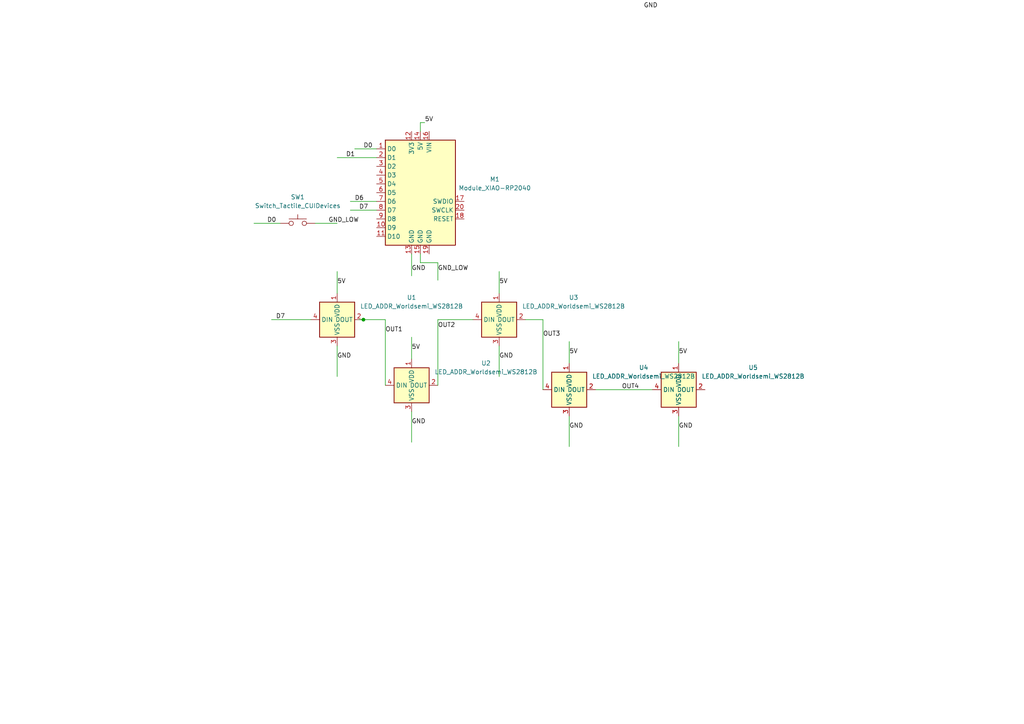
<source format=kicad_sch>
(kicad_sch (version 20250114) (generator "eeschema") (generator_version "9.0")
  (paper "A4")
  (lib_symbols
    (symbol "fab:LED_ADDR_Worldsemi_WS2812B"
      (property "Reference" "U" (at -5.08 5.715 0))
      (property "Value" "LED_ADDR_Worldsemi_WS2812B" (at 0.635 5.715 0))
      (symbol "LED_ADDR_Worldsemi_WS2812B_0_1"
        (rectangle (start -5.08 5.08) (end 5.08 -5.08) (stroke (width 0.254)) (fill (type background)))
      )
      (symbol "LED_ADDR_Worldsemi_WS2812B_1_1"
        (pin input line (at -7.62 0 0) (length 2.54) (name "DIN") (number "4"))
        (pin power_in line (at 0 7.62 270) (length 2.54) (name "VDD") (number "1"))
        (pin power_in line (at 0 -7.62 90) (length 2.54) (name "VSS") (number "3"))
        (pin output line (at 7.62 0 180) (length 2.54) (name "DOUT") (number "2"))
      )
    )
    (symbol "fab:Module_XIAO-RP2040"
      (property "Reference" "M" (at -10.16 16.51 0))
      (property "Value" "Module_XIAO-RP2040" (at 3.81 16.51 0))
      (symbol "Module_XIAO-RP2040_1_1"
        (rectangle (start -10.16 15.24) (end 10.16 -15.24) (stroke (width 0.254)) (fill (type background)))
        (pin bidirectional line (at -12.7 12.7 0) (length 2.54) (name "D0") (number "1"))
        (pin bidirectional line (at -12.7 10.16 0) (length 2.54) (name "D1") (number "2"))
        (pin bidirectional line (at -12.7 7.62 0) (length 2.54) (name "D2") (number "3"))
        (pin bidirectional line (at -12.7 5.08 0) (length 2.54) (name "D3") (number "4"))
        (pin bidirectional line (at -12.7 2.54 0) (length 2.54) (name "D4") (number "5"))
        (pin bidirectional line (at -12.7 0 0) (length 2.54) (name "D5") (number "6"))
        (pin bidirectional line (at -12.7 -2.54 0) (length 2.54) (name "D6") (number "7"))
        (pin bidirectional line (at -12.7 -5.08 0) (length 2.54) (name "D7") (number "8"))
        (pin bidirectional line (at -12.7 -7.62 0) (length 2.54) (name "D8") (number "9"))
        (pin bidirectional line (at -12.7 -10.16 0) (length 2.54) (name "D9") (number "10"))
        (pin bidirectional line (at -12.7 -12.7 0) (length 2.54) (name "D10") (number "11"))
        (pin power_in line (at -2.54 17.78 270) (length 2.54) (name "3V3") (number "12"))
        (pin power_in line (at -2.54 -17.78 90) (length 2.54) (name "GND") (number "13"))
        (pin power_in line (at 0 17.78 270) (length 2.54) (name "5V") (number "14"))
        (pin power_in line (at 0 -17.78 90) (length 2.54) (name "GND") (number "15"))
        (pin power_in line (at 2.54 17.78 270) (length 2.54) (name "VIN") (number "16"))
        (pin power_in line (at 2.54 -17.78 90) (length 2.54) (name "GND") (number "19"))
        (pin bidirectional line (at 12.7 -2.54 180) (length 2.54) (name "SWDIO") (number "17"))
        (pin input line (at 12.7 -5.08 180) (length 2.54) (name "SWCLK") (number "20"))
        (pin input line (at 12.7 -7.62 180) (length 2.54) (name "RESET") (number "18"))
      )
    )
    (symbol "fab:Switch_Tactile_CUIDevices" (pin_numbers (hide yes)) (pin_names (hide yes))
      (property "Reference" "SW" (at 1.905 3.175 0))
      (property "Value" "Switch_Tactile_CUIDevices" (at 0 0 0))
      (symbol "Switch_Tactile_CUIDevices_0_1"
        (polyline (pts (xy -2.54 1.27) (xy 2.54 1.27)))
        (circle (center -1.905 0) (radius 0.635))
        (polyline (pts (xy 0 1.27) (xy 0 2.54)))
        (circle (center 1.905 0) (radius 0.635))
      )
      (symbol "Switch_Tactile_CUIDevices_1_1"
        (pin input line (at -5.08 0 0) (length 2.54) (name "") (number "1"))
        (pin input line (at -5.08 0 0) (length 2.54) (hide yes) (name "") (number "2"))
        (pin input line (at 5.08 0 180) (length 2.54) (name "") (number "3"))
        (pin input line (at 5.08 0 180) (length 2.54) (hide yes) (name "") (number "4"))
      )
    )
  )
  (junction (at 105.41 92.71))
  (wire (pts (xy 144.78 100.33) (xy 144.78 109.22)))
  (wire (pts (xy 73.66 64.77) (xy 81.28 64.77)))
  (wire (pts (xy 165.1 99.06) (xy 165.1 105.41)))
  (wire (pts (xy 78.74 92.71) (xy 90.17 92.71)))
  (wire (pts (xy 105.41 92.71) (xy 111.76 92.71)))
  (wire (pts (xy 119.38 119.38) (xy 119.38 128.27)))
  (wire (pts (xy 102.87 43.18) (xy 109.22 43.18)))
  (wire (pts (xy 196.85 120.65) (xy 196.85 129.54)))
  (wire (pts (xy 144.78 78.74) (xy 144.78 85.09)))
  (wire (pts (xy 121.92 35.56) (xy 123.19 35.56)))
  (wire (pts (xy 101.6 60.96) (xy 109.22 60.96)))
  (wire (pts (xy 97.79 78.74) (xy 97.79 85.09)))
  (wire (pts (xy 172.72 113.03) (xy 189.23 113.03)))
  (wire (pts (xy 157.48 92.71) (xy 157.48 113.03)))
  (wire (pts (xy 152.4 92.71) (xy 157.48 92.71)))
  (wire (pts (xy 104.14 92.71) (xy 105.41 92.71)))
  (wire (pts (xy 119.38 73.66) (xy 119.38 80.01)))
  (wire (pts (xy 121.92 38.1) (xy 121.92 35.56)))
  (wire (pts (xy 119.38 97.79) (xy 119.38 104.14)))
  (wire (pts (xy 127 76.2) (xy 127 81.28)))
  (wire (pts (xy 165.1 120.65) (xy 165.1 129.54)))
  (wire (pts (xy 91.44 64.77) (xy 97.79 64.77)))
  (wire (pts (xy 111.76 92.71) (xy 111.76 111.76)))
  (wire (pts (xy 196.85 99.06) (xy 196.85 105.41)))
  (wire (pts (xy 97.79 100.33) (xy 97.79 109.22)))
  (wire (pts (xy 121.92 76.2) (xy 127 76.2)))
  (wire (pts (xy 121.92 73.66) (xy 121.92 76.2)))
  (wire (pts (xy 97.79 45.72) (xy 109.22 45.72)))
  (wire (pts (xy 127 92.71) (xy 137.16 92.71)))
  (wire (pts (xy 101.6 58.42) (xy 109.22 58.42)))
  (wire (pts (xy 127 111.76) (xy 127 92.71)))
  (label "5V" (at 196.85 102.87 0))
  (label "D7" (at 104.14 60.96 0))
  (label "OUT3" (at 157.48 97.79 0))
  (label "OUT1" (at 111.76 96.52 0))
  (label "OUT2" (at 127 95.25 0))
  (label "5V" (at 123.19 35.56 0))
  (label "D0" (at 105.41 43.18 0))
  (label "D1" (at 100.33 45.72 0))
  (label "GND" (at 186.69 2.54 0))
  (label "GND" (at 119.38 78.74 0))
  (label "D0" (at 77.47 64.77 0))
  (label "GND_LOW" (at 95.25 64.77 0))
  (label "5V" (at 97.79 82.55 0))
  (label "D7" (at 80.01 92.71 0))
  (label "5V" (at 165.1 102.87 0))
  (label "D6" (at 102.87 58.42 0))
  (label "GND" (at 119.38 123.19 0))
  (label "GND" (at 165.1 124.46 0))
  (label "GND_LOW" (at 127 78.74 0))
  (label "GND" (at 97.79 104.14 0))
  (label "5V" (at 144.78 82.55 0))
  (label "GND" (at 196.85 124.46 0))
  (label "5V" (at 119.38 101.6 0))
  (label "OUT4" (at 180.34 113.03 0))
  (label "GND" (at 144.78 104.14 0))
  (symbol (lib_id "fab:Switch_Tactile_CUIDevices") (at 86.36 64.77 0) (unit 1)
    (property "Reference" "SW1" (at 86.36 57.15 0))
    (property "Value" "Switch_Tactile_CUIDevices" (at 86.36 59.69 0))
    (property "Footprint" "fab:Button_CUIDevices_TS04-66-43-BK-260-SMT_6.0x6.0mm" (effects (hide yes)))
    (property "Datasheet" "https://www.cuidevices.com/product/resource/ts04.pdf" (effects (hide yes)))
    (property "Description" "SWITCH TACTILE SPST-NO 0.05A 15V" (effects (hide yes)))
  )
  (symbol (lib_id "fab:LED_ADDR_Worldsemi_WS2812B") (at 144.78 92.71 0) (unit 1)
    (property "Reference" "U3" (at 166.37 86.2898 0))
    (property "Value" "LED_ADDR_Worldsemi_WS2812B" (at 166.37 88.8298 0))
    (property "Footprint" "fab:LED_ADDR_Worldsemi_WS2812B" (effects (hide yes)))
    (property "Datasheet" "http://cdn.sparkfun.com/datasheets/BreakoutBoards/WS2812B.pdf" (effects (hide yes)))
    (property "Description" "Worldsemi WS2812B, Adafruit Industries LLC ADDRESS LED SERIAL RGB 100PK" (effects (hide yes)))
  )
  (symbol (lib_id "fab:LED_ADDR_Worldsemi_WS2812B") (at 196.85 113.03 0) (unit 1)
    (property "Reference" "U5" (at 218.44 106.6098 0))
    (property "Value" "LED_ADDR_Worldsemi_WS2812B" (at 218.44 109.1498 0))
    (property "Footprint" "fab:LED_ADDR_Worldsemi_WS2812B" (effects (hide yes)))
    (property "Datasheet" "http://cdn.sparkfun.com/datasheets/BreakoutBoards/WS2812B.pdf" (effects (hide yes)))
    (property "Description" "Worldsemi WS2812B, Adafruit Industries LLC ADDRESS LED SERIAL RGB 100PK" (effects (hide yes)))
  )
  (symbol (lib_id "fab:LED_ADDR_Worldsemi_WS2812B") (at 119.38 111.76 0) (unit 1)
    (property "Reference" "U2" (at 140.97 105.3398 0))
    (property "Value" "LED_ADDR_Worldsemi_WS2812B" (at 140.97 107.8798 0))
    (property "Footprint" "fab:LED_ADDR_Worldsemi_WS2812B" (effects (hide yes)))
    (property "Datasheet" "http://cdn.sparkfun.com/datasheets/BreakoutBoards/WS2812B.pdf" (effects (hide yes)))
    (property "Description" "Worldsemi WS2812B, Adafruit Industries LLC ADDRESS LED SERIAL RGB 100PK" (effects (hide yes)))
  )
  (symbol (lib_id "fab:LED_ADDR_Worldsemi_WS2812B") (at 165.1 113.03 0) (unit 1)
    (property "Reference" "U4" (at 186.69 106.6098 0))
    (property "Value" "LED_ADDR_Worldsemi_WS2812B" (at 186.69 109.1498 0))
    (property "Footprint" "fab:LED_ADDR_Worldsemi_WS2812B" (effects (hide yes)))
    (property "Datasheet" "http://cdn.sparkfun.com/datasheets/BreakoutBoards/WS2812B.pdf" (effects (hide yes)))
    (property "Description" "Worldsemi WS2812B, Adafruit Industries LLC ADDRESS LED SERIAL RGB 100PK" (effects (hide yes)))
  )
  (symbol (lib_id "fab:LED_ADDR_Worldsemi_WS2812B") (at 97.79 92.71 0) (unit 1)
    (property "Reference" "U1" (at 119.38 86.2898 0))
    (property "Value" "LED_ADDR_Worldsemi_WS2812B" (at 119.38 88.8298 0))
    (property "Footprint" "fab:LED_ADDR_Worldsemi_WS2812B" (effects (hide yes)))
    (property "Datasheet" "http://cdn.sparkfun.com/datasheets/BreakoutBoards/WS2812B.pdf" (effects (hide yes)))
    (property "Description" "Worldsemi WS2812B, Adafruit Industries LLC ADDRESS LED SERIAL RGB 100PK" (effects (hide yes)))
  )
  (symbol (lib_id "fab:Module_XIAO-RP2040") (at 121.92 55.88 0) (unit 1)
    (property "Reference" "M1" (at 143.51 51.9998 0))
    (property "Value" "Module_XIAO-RP2040" (at 143.51 54.5398 0))
    (property "Footprint" "fab:SeeedStudio_XIAO_RP2040" (effects (hide yes)))
    (property "Datasheet" "https://wiki.seeedstudio.com/XIAO-RP2040/" (effects (hide yes)))
    (property "Description" "RP2040 XIAO RP2040 - ARM® Dual-Core Cortex®-M0+ MCU 32-Bit Embedded Evaluation Board" (effects (hide yes)))
  )
)
</source>
